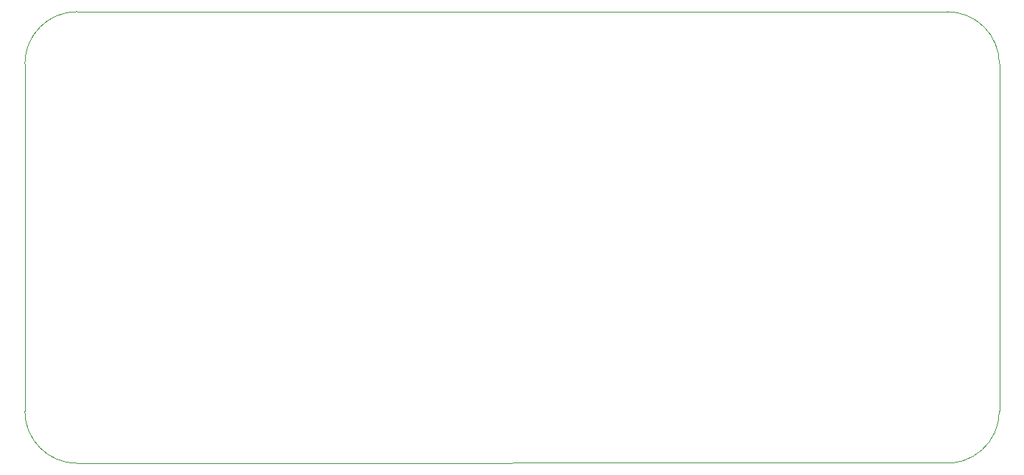
<source format=gbr>
%TF.GenerationSoftware,KiCad,Pcbnew,(6.0.7-1)-1*%
%TF.CreationDate,2022-10-27T12:50:35+02:00*%
%TF.ProjectId,ESE_RuizHerbelinAsfary,4553455f-5275-4697-9a48-657262656c69,rev?*%
%TF.SameCoordinates,Original*%
%TF.FileFunction,Profile,NP*%
%FSLAX46Y46*%
G04 Gerber Fmt 4.6, Leading zero omitted, Abs format (unit mm)*
G04 Created by KiCad (PCBNEW (6.0.7-1)-1) date 2022-10-27 12:50:35*
%MOMM*%
%LPD*%
G01*
G04 APERTURE LIST*
%TA.AperFunction,Profile*%
%ADD10C,0.100000*%
%TD*%
G04 APERTURE END LIST*
D10*
X119255792Y-65953667D02*
X20000000Y-66000000D01*
X14000000Y-60000000D02*
G75*
G03*
X20000000Y-66000000I6000000J0D01*
G01*
X126000000Y-20000000D02*
X126000000Y-60000000D01*
X20000000Y-14000000D02*
X120000000Y-14000000D01*
X119255792Y-65953667D02*
G75*
G03*
X126000000Y-60000000I744208J5953667D01*
G01*
X20000000Y-14000000D02*
G75*
G03*
X14000000Y-20000000I0J-6000000D01*
G01*
X14000000Y-20000000D02*
X14000000Y-60000000D01*
X126000000Y-20000000D02*
G75*
G03*
X120000000Y-14000000I-6000000J0D01*
G01*
M02*

</source>
